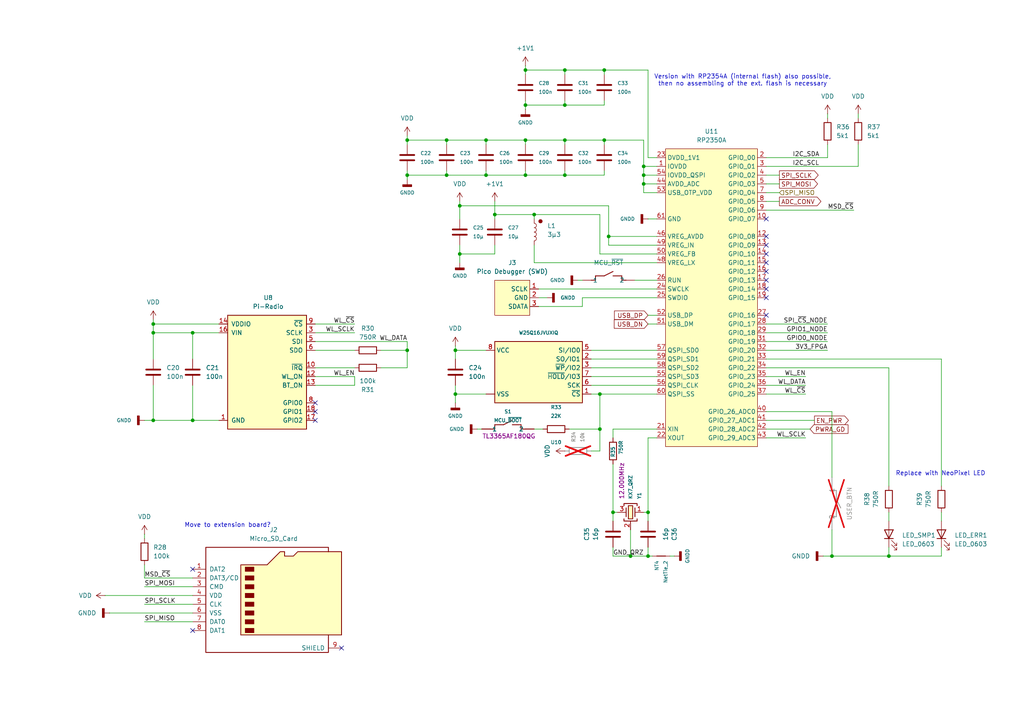
<source format=kicad_sch>
(kicad_sch (version 20250114) (generator "eeschema") (generator_version "9.0")
  (paper "A4")
  (lib_symbols
    (symbol "Device:NetTie_2" (pin_numbers (hide yes)) (pin_names (offset 0) (hide yes)) (in_bom no)
      (property "Reference" "NT" (at 0 1.27 0))
      (property "Value" "NetTie_2" (at 0 -1.27 0))
      (symbol "NetTie_2_0_1"
        (polyline (pts (xy -1.27 0) (xy 1.27 0)) (stroke (width 0.254)))
      )
      (symbol "NetTie_2_1_1"
        (pin passive line (at -2.54 0 0) (length 2.54) (name "1") (number "1"))
        (pin passive line (at 2.54 0 180) (length 2.54) (name "2") (number "2"))
      )
    )
    (symbol "connectors:Micro_SD_Card" (pin_names (offset 1.016))
      (property "Reference" "J" (at -16.51 15.24 0))
      (property "Value" "Micro_SD_Card" (at 16.51 15.24 0))
      (symbol "Micro_SD_Card_0_1"
        (polyline (pts (xy -8.89 -11.43) (xy -8.89 8.89) (xy -1.27 8.89) (xy 2.54 12.7) (xy 3.81 12.7) (xy 3.81 11.43) (xy 6.35 11.43) (xy 7.62 12.7) (xy 20.32 12.7) (xy 20.32 -11.43) (xy -8.89 -11.43)) (stroke (width 0.254)) (fill (type background)))
        (rectangle (start -7.62 8.255) (end -5.08 6.985) (fill (type outline)))
        (rectangle (start -7.62 5.715) (end -5.08 4.445) (fill (type outline)))
        (rectangle (start -7.62 3.175) (end -5.08 1.905) (fill (type outline)))
        (rectangle (start -7.62 0.635) (end -5.08 -0.635) (fill (type outline)))
        (rectangle (start -7.62 -1.905) (end -5.08 -3.175) (fill (type outline)))
        (rectangle (start -7.62 -4.445) (end -5.08 -5.715) (fill (type outline)))
        (rectangle (start -7.62 -6.985) (end -5.08 -8.255) (fill (type outline)))
        (rectangle (start -7.62 -9.525) (end -5.08 -10.795) (fill (type outline)))
        (polyline (pts (xy 16.51 12.7) (xy 16.51 13.97) (xy -19.05 13.97) (xy -19.05 -16.51) (xy 16.51 -16.51) (xy 16.51 -11.43)) (stroke (width 0.254)))
      )
      (symbol "Micro_SD_Card_1_1"
        (pin bidirectional line (at -22.86 7.62 0) (length 3.81) (name "DAT2") (number "1"))
        (pin bidirectional line (at -22.86 5.08 0) (length 3.81) (name "DAT3/CD") (number "2"))
        (pin input line (at -22.86 2.54 0) (length 3.81) (name "CMD") (number "3"))
        (pin power_in line (at -22.86 0 0) (length 3.81) (name "VDD") (number "4"))
        (pin input line (at -22.86 -2.54 0) (length 3.81) (name "CLK") (number "5"))
        (pin power_in line (at -22.86 -5.08 0) (length 3.81) (name "VSS") (number "6"))
        (pin bidirectional line (at -22.86 -7.62 0) (length 3.81) (name "DAT0") (number "7"))
        (pin bidirectional line (at -22.86 -10.16 0) (length 3.81) (name "DAT1") (number "8"))
        (pin passive line (at 20.32 -15.24 180) (length 3.81) (name "SHIELD") (number "9"))
      )
    )
    (symbol "connectors:Tactile Button" (exclude_from_sim yes)
      (property "Reference" "S" (at 0 -3.81 0))
      (symbol "Tactile Button_1_0"
        (polyline (pts (xy -5.08 -2.54) (xy -3.81 -2.54)) (stroke (width 0.254)))
        (polyline (pts (xy -3.81 -1.27) (xy -1.27 -1.27)) (stroke (width 0.254)))
        (polyline (pts (xy -3.81 -2.54) (xy -3.81 -1.27)) (stroke (width 0.254)))
        (polyline (pts (xy -1.27 -1.27) (xy 1.27 0)) (stroke (width 0.254)))
        (polyline (pts (xy 3.81 -1.27) (xy 1.27 -1.27)) (stroke (width 0.254)))
        (polyline (pts (xy 3.81 -2.54) (xy 3.81 -1.27)) (stroke (width 0.254)))
        (polyline (pts (xy 5.08 -2.54) (xy 3.81 -2.54)) (stroke (width 0.254)))
        (pin bidirectional line (at -7.62 -2.54 0) (length 2.54) (name "1") (number "1"))
        (pin bidirectional line (at -7.62 -2.54 0) (length 2.54) (name "1") (number "2"))
        (pin bidirectional line (at 7.62 -2.54 180) (length 2.54) (name "2") (number "3"))
        (pin bidirectional line (at 7.62 -2.54 180) (length 2.54) (name "2") (number "4"))
      )
    )
    (symbol "mcu_rpi_pico:PicoDebuggerSWD" (exclude_from_sim yes)
      (property "Reference" "J" (at 0 0.762 0))
      (property "Value" "Pico Debugger (SWD)" (at 0 -1.016 0))
      (symbol "PicoDebuggerSWD_1_1"
        (rectangle (start -5.08 -2.54) (end 5.08 -12.7) (fill (type background)))
        (pin bidirectional line (at 7.62 -5.08 180) (length 2.54) (name "SCLK") (number "1"))
        (pin passive line (at 7.62 -7.62 180) (length 2.54) (name "GND") (number "2"))
        (pin bidirectional line (at 7.62 -10.16 180) (length 2.54) (name "SDATA") (number "3"))
      )
    )
    (symbol "mcu_rpi_pico:RP235xA" (exclude_from_sim yes)
      (property "Reference" "U" (at 0 6.35 0))
      (property "Value" "RP235xA" (at -0.254 4.064 0))
      (symbol "RP235xA_1_1"
        (rectangle (start -13.97 2.54) (end 12.7 -83.82) (fill (type background)))
        (pin input line (at -16.51 0 0) (length 2.54) (name "DVDD_1V1") (number "23"))
        (pin input line (at -16.51 0 0) (length 2.54) (hide yes) (name "DVDD_1V1") (number "39"))
        (pin input line (at -16.51 0 0) (length 2.54) (hide yes) (name "DVDD_1V1") (number "6"))
        (pin input line (at -16.51 -2.54 0) (length 2.54) (name "IOVDD") (number "1"))
        (pin input line (at -16.51 -2.54 0) (length 2.54) (hide yes) (name "IOVDD") (number "11"))
        (pin input line (at -16.51 -2.54 0) (length 2.54) (hide yes) (name "IOVDD") (number "20"))
        (pin input line (at -16.51 -2.54 0) (length 2.54) (hide yes) (name "IOVDD") (number "30"))
        (pin input line (at -16.51 -2.54 0) (length 2.54) (hide yes) (name "IOVDD") (number "38"))
        (pin input line (at -16.51 -2.54 0) (length 2.54) (hide yes) (name "IOVDD") (number "45"))
        (pin input line (at -16.51 -5.08 0) (length 2.54) (name "IOVDD_QSPI") (number "54"))
        (pin input line (at -16.51 -7.62 0) (length 2.54) (name "AVDD_ADC") (number "44"))
        (pin input line (at -16.51 -10.16 0) (length 2.54) (name "USB_OTP_VDD") (number "53"))
        (pin passive line (at -16.51 -17.78 0) (length 2.54) (hide yes) (name "GND") (number "47"))
        (pin passive line (at -16.51 -17.78 0) (length 2.54) (name "GND") (number "61"))
        (pin input line (at -16.51 -22.86 0) (length 2.54) (name "VREG_AVDD") (number "46"))
        (pin input line (at -16.51 -25.4 0) (length 2.54) (name "VREG_IN") (number "49"))
        (pin input line (at -16.51 -27.94 0) (length 2.54) (name "VREG_FB") (number "50"))
        (pin input line (at -16.51 -30.48 0) (length 2.54) (name "VREG_LX") (number "48"))
        (pin input line (at -16.51 -35.56 0) (length 2.54) (name "RUN") (number "26"))
        (pin input line (at -16.51 -38.1 0) (length 2.54) (name "SWCLK") (number "24"))
        (pin bidirectional line (at -16.51 -40.64 0) (length 2.54) (name "SWDIO") (number "25"))
        (pin bidirectional line (at -16.51 -45.72 0) (length 2.54) (name "USB_DP") (number "52"))
        (pin bidirectional line (at -16.51 -48.26 0) (length 2.54) (name "USB_DM") (number "51"))
        (pin bidirectional line (at -16.51 -55.88 0) (length 2.54) (name "QSPI_SD0") (number "57"))
        (pin bidirectional line (at -16.51 -58.42 0) (length 2.54) (name "QSPI_SD1") (number "59"))
        (pin bidirectional line (at -16.51 -60.96 0) (length 2.54) (name "QSPI_SD2") (number "58"))
        (pin bidirectional line (at -16.51 -63.5 0) (length 2.54) (name "QSPI_SD3") (number "55"))
        (pin output line (at -16.51 -66.04 0) (length 2.54) (name "QSPI_CLK") (number "56"))
        (pin output line (at -16.51 -68.58 0) (length 2.54) (name "QSPI_SS") (number "60"))
        (pin input line (at -16.51 -78.74 0) (length 2.54) (name "XIN") (number "21"))
        (pin output line (at -16.51 -81.28 0) (length 2.54) (name "XOUT") (number "22"))
        (pin bidirectional line (at 15.24 0 180) (length 2.54) (name "GPIO_00") (number "2"))
        (pin bidirectional line (at 15.24 -2.54 180) (length 2.54) (name "GPIO_01") (number "3"))
        (pin bidirectional line (at 15.24 -5.08 180) (length 2.54) (name "GPIO_02") (number "4"))
        (pin bidirectional line (at 15.24 -7.62 180) (length 2.54) (name "GPIO_03") (number "5"))
        (pin bidirectional line (at 15.24 -10.16 180) (length 2.54) (name "GPIO_04") (number "7"))
        (pin bidirectional line (at 15.24 -12.7 180) (length 2.54) (name "GPIO_05") (number "8"))
        (pin bidirectional line (at 15.24 -15.24 180) (length 2.54) (name "GPIO_06") (number "9"))
        (pin bidirectional line (at 15.24 -17.78 180) (length 2.54) (name "GPIO_07") (number "10"))
        (pin bidirectional line (at 15.24 -22.86 180) (length 2.54) (name "GPIO_08") (number "12"))
        (pin bidirectional line (at 15.24 -25.4 180) (length 2.54) (name "GPIO_09") (number "13"))
        (pin bidirectional line (at 15.24 -27.94 180) (length 2.54) (name "GPIO_10") (number "14"))
        (pin bidirectional line (at 15.24 -30.48 180) (length 2.54) (name "GPIO_11") (number "15"))
        (pin bidirectional line (at 15.24 -33.02 180) (length 2.54) (name "GPIO_12") (number "16"))
        (pin bidirectional line (at 15.24 -35.56 180) (length 2.54) (name "GPIO_13") (number "17"))
        (pin bidirectional line (at 15.24 -38.1 180) (length 2.54) (name "GPIO_14") (number "18"))
        (pin bidirectional line (at 15.24 -40.64 180) (length 2.54) (name "GPIO_15") (number "19"))
        (pin bidirectional line (at 15.24 -45.72 180) (length 2.54) (name "GPIO_16") (number "27"))
        (pin bidirectional line (at 15.24 -48.26 180) (length 2.54) (name "GPIO_17") (number "28"))
        (pin bidirectional line (at 15.24 -50.8 180) (length 2.54) (name "GPIO_18") (number "29"))
        (pin bidirectional line (at 15.24 -53.34 180) (length 2.54) (name "GPIO_19") (number "31"))
        (pin bidirectional line (at 15.24 -55.88 180) (length 2.54) (name "GPIO_20") (number "32"))
        (pin bidirectional line (at 15.24 -58.42 180) (length 2.54) (name "GPIO_21") (number "33"))
        (pin bidirectional line (at 15.24 -60.96 180) (length 2.54) (name "GPIO_22") (number "34"))
        (pin bidirectional line (at 15.24 -63.5 180) (length 2.54) (name "GPIO_23") (number "35"))
        (pin bidirectional line (at 15.24 -66.04 180) (length 2.54) (name "GPIO_24") (number "36"))
        (pin bidirectional line (at 15.24 -68.58 180) (length 2.54) (name "GPIO_25") (number "37"))
        (pin bidirectional line (at 15.24 -73.66 180) (length 2.54) (name "GPIO_26_ADC0") (number "40"))
        (pin bidirectional line (at 15.24 -76.2 180) (length 2.54) (name "GPIO_27_ADC1") (number "41"))
        (pin bidirectional line (at 15.24 -78.74 180) (length 2.54) (name "GPIO_28_ADC2") (number "42"))
        (pin bidirectional line (at 15.24 -81.28 180) (length 2.54) (name "GPIO_29_ADC3") (number "43"))
      )
    )
    (symbol "mcu_rpi_pico:RPI_RMC20452T" (pin_names (offset 1.016)) (exclude_from_sim yes)
      (property "Reference" "U" (at 0 3.302 0))
      (property "Value" "Pi-Radio" (at 0 1.27 0))
      (symbol "RPI_RMC20452T_1_0"
        (pin power_in line (at -13.97 -2.54 0) (length 2.54) (name "VDDIO") (number "14"))
        (pin power_in line (at -13.97 -5.08 0) (length 2.54) (name "VIN") (number "16"))
        (pin passive line (at -13.97 -30.48 0) (length 2.54) (hide yes) (name "GND") (number "11"))
        (pin passive line (at -13.97 -30.48 0) (length 2.54) (hide yes) (name "GND") (number "15"))
        (pin passive line (at -13.97 -30.48 0) (length 2.54) (hide yes) (name "GND") (number "21"))
        (pin passive line (at -13.97 -30.48 0) (length 2.54) (hide yes) (name "GND") (number "7"))
        (pin input line (at 13.97 -2.54 180) (length 2.54) (name "~{CS}") (number "9"))
        (pin output line (at 13.97 -10.16 180) (length 2.54) (name "SDO") (number "6"))
        (pin output line (at 13.97 -15.24 180) (length 2.54) (name "~{IRQ}") (number "10"))
        (pin input line (at 13.97 -17.78 180) (length 2.54) (name "WL_ON") (number "12"))
        (pin input line (at 13.97 -20.32 180) (length 2.54) (name "BT_ON") (number "13"))
        (pin bidirectional line (at 13.97 -25.4 180) (length 2.54) (name "GPIO0") (number "8"))
        (pin bidirectional line (at 13.97 -27.94 180) (length 2.54) (name "GPIO1") (number "18"))
        (pin bidirectional line (at 13.97 -30.48 180) (length 2.54) (name "GPIO2") (number "17"))
      )
      (symbol "RPI_RMC20452T_1_1"
        (rectangle (start -11.43 0) (end 11.43 -33.02) (stroke (width 0.254)) (fill (type background)))
        (pin no_connect line (at -13.97 -25.4 0) (length 2.54) (hide yes) (name "NC") (number "2"))
        (pin no_connect line (at -13.97 -26.67 0) (length 2.54) (hide yes) (name "NC") (number "19"))
        (pin no_connect line (at -13.97 -27.94 0) (length 2.54) (hide yes) (name "NC") (number "20"))
        (pin power_in line (at -13.97 -30.48 0) (length 2.54) (name "GND") (number "1"))
        (pin passive line (at -13.97 -30.48 0) (length 2.54) (hide yes) (name "GND") (number "4"))
        (pin input line (at 13.97 -5.08 180) (length 2.54) (name "SCLK") (number "3"))
        (pin input line (at 13.97 -7.62 180) (length 2.54) (name "SDI") (number "5"))
      )
    )
    (symbol "memory:W25Q16JVUXIQ" (exclude_from_sim yes)
      (property "Reference" "U" (at 0 14.224 0))
      (property "Value" "W25Q16JVUXIQ" (at 0 10.668 0))
      (symbol "W25Q16JVUXIQ_1_0"
        (pin power_in line (at -15.24 7.62 0) (length 2.54) (name "VCC") (number "8"))
        (pin passive line (at -15.24 -5.08 0) (length 2.54) (name "VSS") (number "4"))
        (pin passive line (at -15.24 -5.08 0) (length 2.54) (hide yes) (name "VSS") (number "9"))
        (pin bidirectional line (at 15.24 7.62 180) (length 2.54) (name "SI/IO0") (number "5"))
        (pin bidirectional line (at 15.24 5.08 180) (length 2.54) (name "SO/IO1") (number "2"))
        (pin bidirectional line (at 15.24 2.54 180) (length 2.54) (name "~{WP}/IO2") (number "3"))
        (pin bidirectional line (at 15.24 0 180) (length 2.54) (name "~{HOLD}/IO3") (number "7"))
        (pin bidirectional line (at 15.24 -2.54 180) (length 2.54) (name "SCK") (number "6"))
        (pin bidirectional line (at 15.24 -5.08 180) (length 2.54) (name "~{CS}") (number "1"))
      )
      (symbol "W25Q16JVUXIQ_1_1"
        (rectangle (start -12.7 10.16) (end 12.7 -7.62) (stroke (width 0.254)) (fill (type background)))
      )
    )
    (symbol "passive:C0402" (pin_numbers (hide yes)) (pin_names (offset 0.254))
      (property "Reference" "C" (at 0.635 2.54 0))
      (property "Value" "C0402" (at 0.635 -2.54 0))
      (symbol "C0402_0_1"
        (polyline (pts (xy -2.032 0.762) (xy 2.032 0.762)) (stroke (width 0.508)))
        (polyline (pts (xy -2.032 -0.762) (xy 2.032 -0.762)) (stroke (width 0.508)))
      )
      (symbol "C0402_1_1"
        (pin passive line (at 0 3.81 270) (length 2.794) (name "~") (number "1"))
        (pin passive line (at 0 -3.81 90) (length 2.794) (name "~") (number "2"))
      )
    )
    (symbol "passive:C0805" (pin_numbers (hide yes)) (pin_names (offset 0.254))
      (property "Reference" "C" (at 0.635 2.54 0))
      (property "Value" "C0805" (at 0.635 -2.54 0))
      (symbol "C0805_0_1"
        (polyline (pts (xy -2.032 0.762) (xy 2.032 0.762)) (stroke (width 0.508)))
        (polyline (pts (xy -2.032 -0.762) (xy 2.032 -0.762)) (stroke (width 0.508)))
      )
      (symbol "C0805_1_1"
        (pin passive line (at 0 3.81 270) (length 2.794) (name "~") (number "1"))
        (pin passive line (at 0 -3.81 90) (length 2.794) (name "~") (number "2"))
      )
    )
    (symbol "passive:KX7_QRZ" (pin_names (hide yes))
      (property "Reference" "Y2" (at 3.302 7.62 0))
      (property "Value" "KX7_QRZ" (at 3.81 5.842 0))
      (property "Val" "16.000MHz" (at 3.81 3.81 0))
      (symbol "KX7_QRZ_1_1"
        (polyline (pts (xy 1.905 1.905) (xy 1.905 2.54) (xy 5.715 2.54) (xy 5.715 1.905)) (stroke (width 0.254)))
        (polyline (pts (xy 1.905 -1.905) (xy 1.905 -2.54) (xy 5.715 -2.54) (xy 5.715 -1.905)) (stroke (width 0.254)))
        (polyline (pts (xy 2.54 1.27) (xy 2.54 -1.27)) (stroke (width 0.254)) (fill (type background)))
        (rectangle (start 3.175 1.905) (end 4.445 -1.905) (stroke (width 0.254)) (fill (type background)))
        (polyline (pts (xy 5.08 1.27) (xy 5.08 -1.27)) (stroke (width 0.254)) (fill (type background)))
        (pin passive line (at 0 0 0) (length 2.54) (name "~") (number "1"))
        (pin passive line (at 3.81 -5.08 90) (length 2.54) (name "SH") (number "2"))
        (pin passive line (at 3.81 -5.08 90) (length 2.54) (hide yes) (name "SH") (number "4"))
        (pin passive line (at 7.62 0 180) (length 2.54) (name "~") (number "3"))
      )
    )
    (symbol "passive:LED_0603" (pin_numbers (hide yes)) (pin_names (offset 1.016) (hide yes))
      (property "Reference" "D" (at 0 2.54 0))
      (property "Value" "LED_0603" (at 0 -2.54 0))
      (symbol "LED_0603_0_1"
        (polyline (pts (xy -3.048 -0.762) (xy -4.572 -2.286) (xy -3.81 -2.286) (xy -4.572 -2.286) (xy -4.572 -1.524)))
        (polyline (pts (xy -1.778 -0.762) (xy -3.302 -2.286) (xy -2.54 -2.286) (xy -3.302 -2.286) (xy -3.302 -1.524)))
        (polyline (pts (xy -1.27 0) (xy 1.27 0)))
        (polyline (pts (xy -1.27 -1.27) (xy -1.27 1.27)) (stroke (width 0.254)))
        (polyline (pts (xy 1.27 -1.27) (xy 1.27 1.27) (xy -1.27 0) (xy 1.27 -1.27)) (stroke (width 0.254)))
      )
      (symbol "LED_0603_1_1"
        (pin passive line (at -3.81 0 0) (length 2.54) (name "K") (number "1"))
        (pin passive line (at 3.81 0 180) (length 2.54) (name "A") (number "2"))
      )
    )
    (symbol "passive:R0402" (pin_numbers (hide yes)) (pin_names (offset 0))
      (property "Reference" "R" (at 2.032 0 90))
      (property "Value" "R" (at 0 0 90))
      (symbol "R0402_0_1"
        (rectangle (start -1.016 -2.54) (end 1.016 2.54) (stroke (width 0.254)))
      )
      (symbol "R0402_1_1"
        (pin passive line (at 0 3.81 270) (length 1.27) (name "~") (number "1"))
        (pin passive line (at 0 -3.81 90) (length 1.27) (name "~") (number "2"))
      )
    )
    (symbol "passive:RP235x_L" (pin_numbers (hide yes))
      (property "Reference" "L" (at 1.27 0 0))
      (property "Value" "3µ3" (at 0 0 0))
      (symbol "RP235x_L_0_1"
        (arc (start 0 2.54) (mid 0.6323 1.905) (end 0 1.27))
        (arc (start 0 1.27) (mid 0.6323 0.635) (end 0 0))
        (arc (start 0 0) (mid 0.6323 -0.635) (end 0 -1.27))
        (arc (start 0 -1.27) (mid 0.6323 -1.905) (end 0 -2.54))
        (circle (center 1.8228 3.1334) (radius 0.508) (fill (type outline)))
      )
      (symbol "RP235x_L_1_1"
        (pin passive line (at 0 3.81 270) (length 1.27) (name "~") (number "1"))
        (pin passive line (at 0 -3.81 90) (length 1.27) (name "~") (number "2"))
      )
    )
    (symbol "power:+1V1" (power) (pin_numbers (hide yes)) (pin_names (offset 0) (hide yes))
      (property "Value" "+1V1" (at 0 3.556 0))
      (symbol "+1V1_0_1"
        (polyline (pts (xy -0.762 1.27) (xy 0 2.54)))
        (polyline (pts (xy 0 2.54) (xy 0.762 1.27)))
        (polyline (pts (xy 0 0) (xy 0 2.54)))
      )
      (symbol "+1V1_1_1"
        (pin power_in line (at 0 0 90) (length 0) (name "~") (number "1"))
      )
    )
    (symbol "power:GNDD" (power) (pin_numbers (hide yes)) (pin_names (offset 0) (hide yes))
      (property "Value" "GNDD" (at 0 -3.175 0))
      (symbol "GNDD_0_1"
        (rectangle (start -1.27 -1.524) (end 1.27 -2.032) (stroke (width 0.254)) (fill (type outline)))
        (polyline (pts (xy 0 0) (xy 0 -1.524)))
      )
      (symbol "GNDD_1_1"
        (pin power_in line (at 0 0 270) (length 0) (name "~") (number "1"))
      )
    )
    (symbol "power:VDD" (power) (pin_numbers (hide yes)) (pin_names (offset 0) (hide yes))
      (property "Value" "VDD" (at 0 3.556 0))
      (symbol "VDD_0_1"
        (polyline (pts (xy -0.762 1.27) (xy 0 2.54)))
        (polyline (pts (xy 0 2.54) (xy 0.762 1.27)))
        (polyline (pts (xy 0 0) (xy 0 2.54)))
      )
      (symbol "VDD_1_1"
        (pin power_in line (at 0 0 90) (length 0) (name "~") (number "1"))
      )
    )
  )
  (text "Version with RP2354A (internal flash) also possible,\nthen no assembling of the ext. flash is necessary" (at 215.392 23.368 0) (effects (font (size 1.27 1.27))))
  (text "Move to extension board?" (at 66.04 152.4 0) (effects (font (size 1.27 1.27))))
  (text "Replace with NeoPixel LED" (at 272.796 137.414 0) (effects (font (size 1.27 1.27))))
  (junction (at 132.08 114.3))
  (junction (at 129.54 50.8))
  (junction (at 173.99 114.3))
  (junction (at 44.45 121.92))
  (junction (at 163.83 30.48))
  (junction (at 182.88 161.29))
  (junction (at 118.11 101.6))
  (junction (at 129.54 40.64))
  (junction (at 187.96 148.59))
  (junction (at 55.88 121.92))
  (junction (at 154.94 62.23))
  (junction (at 175.26 20.32))
  (junction (at 152.4 20.32))
  (junction (at 173.99 124.46))
  (junction (at 152.4 50.8))
  (junction (at 177.8 148.59))
  (junction (at 44.45 96.52))
  (junction (at 132.08 101.6))
  (junction (at 176.53 68.58))
  (junction (at 241.3 161.29))
  (junction (at 186.69 50.8))
  (junction (at 175.26 40.64))
  (junction (at 152.4 40.64))
  (junction (at 133.35 73.66))
  (junction (at 143.51 62.23))
  (junction (at 118.11 50.8))
  (junction (at 55.88 96.52))
  (junction (at 133.35 59.69))
  (junction (at 118.11 40.64))
  (junction (at 163.83 20.32))
  (junction (at 257.81 161.29))
  (junction (at 140.97 50.8))
  (junction (at 140.97 40.64))
  (junction (at 186.69 53.34))
  (junction (at 44.45 93.98))
  (junction (at 152.4 30.48))
  (junction (at 186.69 48.26))
  (junction (at 163.83 50.8))
  (junction (at 163.83 40.64))
  (junction (at 187.96 161.29))
  (no_connect (at 222.25 63.5))
  (no_connect (at 99.06 187.96))
  (no_connect (at 55.88 165.1))
  (no_connect (at 91.44 119.38))
  (no_connect (at 222.25 83.82))
  (no_connect (at 222.25 91.44))
  (no_connect (at 222.25 76.2))
  (no_connect (at 222.25 78.74))
  (no_connect (at 222.25 71.12))
  (no_connect (at 91.44 116.84))
  (no_connect (at 55.88 182.88))
  (no_connect (at 222.25 68.58))
  (no_connect (at 91.44 121.92))
  (no_connect (at 222.25 81.28))
  (no_connect (at 222.25 86.36))
  (no_connect (at 222.25 73.66))
  (wire (pts (xy 222.25 119.38) (xy 241.3 119.38)))
  (wire (pts (xy 187.96 148.59) (xy 187.96 151.13)))
  (wire (pts (xy 190.5 71.12) (xy 176.53 71.12)))
  (wire (pts (xy 186.69 53.34) (xy 190.5 53.34)))
  (wire (pts (xy 132.08 101.6) (xy 132.08 104.14)))
  (wire (pts (xy 190.5 93.98) (xy 187.96 93.98)))
  (wire (pts (xy 133.35 73.66) (xy 143.51 73.66)))
  (wire (pts (xy 222.25 121.92) (xy 236.22 121.92)))
  (wire (pts (xy 154.94 71.12) (xy 154.94 76.2)))
  (wire (pts (xy 187.96 45.72) (xy 187.96 20.32)))
  (wire (pts (xy 187.96 127) (xy 187.96 148.59)))
  (wire (pts (xy 140.97 49.53) (xy 140.97 50.8)))
  (wire (pts (xy 190.5 91.44) (xy 187.96 91.44)))
  (wire (pts (xy 55.88 121.92) (xy 63.5 121.92)))
  (wire (pts (xy 152.4 50.8) (xy 163.83 50.8)))
  (wire (pts (xy 41.91 163.83) (xy 41.91 167.64)))
  (wire (pts (xy 273.05 158.75) (xy 273.05 161.29)))
  (wire (pts (xy 129.54 49.53) (xy 129.54 50.8)))
  (wire (pts (xy 154.94 76.2) (xy 190.5 76.2)))
  (wire (pts (xy 118.11 40.64) (xy 129.54 40.64)))
  (wire (pts (xy 187.96 63.5) (xy 190.5 63.5)))
  (wire (pts (xy 248.92 33.02) (xy 248.92 34.29)))
  (wire (pts (xy 31.75 177.8) (xy 55.88 177.8)))
  (wire (pts (xy 140.97 40.64) (xy 152.4 40.64)))
  (wire (pts (xy 186.69 50.8) (xy 186.69 48.26)))
  (wire (pts (xy 176.53 59.69) (xy 133.35 59.69)))
  (wire (pts (xy 152.4 29.21) (xy 152.4 30.48)))
  (wire (pts (xy 240.03 101.6) (xy 222.25 101.6)))
  (wire (pts (xy 186.69 40.64) (xy 175.26 40.64)))
  (wire (pts (xy 44.45 96.52) (xy 44.45 104.14)))
  (wire (pts (xy 190.5 73.66) (xy 173.99 73.66)))
  (wire (pts (xy 63.5 93.98) (xy 44.45 93.98)))
  (wire (pts (xy 129.54 40.64) (xy 140.97 40.64)))
  (wire (pts (xy 167.64 81.28) (xy 168.91 81.28)))
  (wire (pts (xy 152.4 20.32) (xy 163.83 20.32)))
  (wire (pts (xy 186.69 50.8) (xy 190.5 50.8)))
  (wire (pts (xy 173.99 124.46) (xy 173.99 130.81)))
  (wire (pts (xy 182.88 161.29) (xy 187.96 161.29)))
  (wire (pts (xy 118.11 39.37) (xy 118.11 40.64)))
  (wire (pts (xy 152.4 49.53) (xy 152.4 50.8)))
  (wire (pts (xy 273.05 148.59) (xy 273.05 151.13)))
  (wire (pts (xy 41.91 154.94) (xy 41.91 156.21)))
  (wire (pts (xy 171.45 109.22) (xy 190.5 109.22)))
  (wire (pts (xy 226.06 55.88) (xy 222.25 55.88)))
  (wire (pts (xy 257.81 161.29) (xy 257.81 158.75)))
  (wire (pts (xy 118.11 41.91) (xy 118.11 40.64)))
  (wire (pts (xy 154.94 124.46) (xy 157.48 124.46)))
  (wire (pts (xy 133.35 59.69) (xy 133.35 63.5)))
  (wire (pts (xy 222.25 124.46) (xy 234.95 124.46)))
  (wire (pts (xy 168.91 86.36) (xy 168.91 88.9)))
  (wire (pts (xy 186.69 48.26) (xy 186.69 40.64)))
  (wire (pts (xy 175.26 29.21) (xy 175.26 30.48)))
  (wire (pts (xy 179.07 148.59) (xy 177.8 148.59)))
  (wire (pts (xy 226.06 50.8) (xy 222.25 50.8)))
  (wire (pts (xy 91.44 93.98) (xy 102.87 93.98)))
  (wire (pts (xy 257.81 148.59) (xy 257.81 151.13)))
  (wire (pts (xy 177.8 161.29) (xy 182.88 161.29)))
  (wire (pts (xy 222.25 127) (xy 233.68 127)))
  (wire (pts (xy 186.69 55.88) (xy 186.69 53.34)))
  (wire (pts (xy 257.81 106.68) (xy 257.81 140.97)))
  (wire (pts (xy 187.96 161.29) (xy 189.23 161.29)))
  (wire (pts (xy 129.54 40.64) (xy 129.54 41.91)))
  (wire (pts (xy 41.91 121.92) (xy 44.45 121.92)))
  (wire (pts (xy 41.91 175.26) (xy 55.88 175.26)))
  (wire (pts (xy 248.92 48.26) (xy 248.92 41.91)))
  (wire (pts (xy 165.1 124.46) (xy 173.99 124.46)))
  (wire (pts (xy 175.26 30.48) (xy 163.83 30.48)))
  (wire (pts (xy 176.53 68.58) (xy 176.53 59.69)))
  (wire (pts (xy 163.83 50.8) (xy 175.26 50.8)))
  (wire (pts (xy 91.44 106.68) (xy 102.87 106.68)))
  (wire (pts (xy 190.5 55.88) (xy 186.69 55.88)))
  (wire (pts (xy 118.11 49.53) (xy 118.11 50.8)))
  (wire (pts (xy 186.69 53.34) (xy 186.69 50.8)))
  (wire (pts (xy 163.83 41.91) (xy 163.83 40.64)))
  (wire (pts (xy 187.96 20.32) (xy 175.26 20.32)))
  (wire (pts (xy 222.25 106.68) (xy 257.81 106.68)))
  (wire (pts (xy 132.08 114.3) (xy 132.08 116.84)))
  (wire (pts (xy 226.06 58.42) (xy 222.25 58.42)))
  (wire (pts (xy 177.8 148.59) (xy 177.8 151.13)))
  (wire (pts (xy 171.45 104.14) (xy 190.5 104.14)))
  (wire (pts (xy 140.97 101.6) (xy 132.08 101.6)))
  (wire (pts (xy 177.8 134.62) (xy 177.8 148.59)))
  (wire (pts (xy 171.45 114.3) (xy 173.99 114.3)))
  (wire (pts (xy 143.51 71.12) (xy 143.51 73.66)))
  (wire (pts (xy 257.81 161.29) (xy 273.05 161.29)))
  (wire (pts (xy 118.11 101.6) (xy 118.11 99.06)))
  (wire (pts (xy 132.08 111.76) (xy 132.08 114.3)))
  (wire (pts (xy 190.5 45.72) (xy 187.96 45.72)))
  (wire (pts (xy 222.25 60.96) (xy 247.65 60.96)))
  (wire (pts (xy 140.97 50.8) (xy 152.4 50.8)))
  (wire (pts (xy 91.44 111.76) (xy 102.87 111.76)))
  (wire (pts (xy 132.08 100.33) (xy 132.08 101.6)))
  (wire (pts (xy 222.25 48.26) (xy 248.92 48.26)))
  (wire (pts (xy 238.76 161.29) (xy 241.3 161.29)))
  (wire (pts (xy 240.03 41.91) (xy 240.03 45.72)))
  (wire (pts (xy 154.94 63.5) (xy 154.94 62.23)))
  (wire (pts (xy 140.97 41.91) (xy 140.97 40.64)))
  (wire (pts (xy 152.4 40.64) (xy 163.83 40.64)))
  (wire (pts (xy 190.5 127) (xy 187.96 127)))
  (wire (pts (xy 184.15 81.28) (xy 190.5 81.28)))
  (wire (pts (xy 44.45 96.52) (xy 55.88 96.52)))
  (wire (pts (xy 222.25 104.14) (xy 273.05 104.14)))
  (wire (pts (xy 240.03 99.06) (xy 222.25 99.06)))
  (wire (pts (xy 129.54 50.8) (xy 140.97 50.8)))
  (wire (pts (xy 55.88 96.52) (xy 55.88 104.14)))
  (wire (pts (xy 44.45 121.92) (xy 55.88 121.92)))
  (wire (pts (xy 171.45 130.81) (xy 173.99 130.81)))
  (wire (pts (xy 102.87 109.22) (xy 102.87 111.76)))
  (wire (pts (xy 156.21 83.82) (xy 190.5 83.82)))
  (wire (pts (xy 91.44 96.52) (xy 102.87 96.52)))
  (wire (pts (xy 241.3 119.38) (xy 241.3 138.43)))
  (wire (pts (xy 173.99 73.66) (xy 173.99 62.23)))
  (wire (pts (xy 133.35 58.42) (xy 133.35 59.69)))
  (wire (pts (xy 91.44 101.6) (xy 102.87 101.6)))
  (wire (pts (xy 177.8 124.46) (xy 190.5 124.46)))
  (wire (pts (xy 226.06 53.34) (xy 222.25 53.34)))
  (wire (pts (xy 175.26 41.91) (xy 175.26 40.64)))
  (wire (pts (xy 156.21 86.36) (xy 158.75 86.36)))
  (wire (pts (xy 222.25 111.76) (xy 233.68 111.76)))
  (wire (pts (xy 133.35 71.12) (xy 133.35 73.66)))
  (wire (pts (xy 41.91 180.34) (xy 55.88 180.34)))
  (wire (pts (xy 110.49 106.68) (xy 118.11 106.68)))
  (wire (pts (xy 222.25 114.3) (xy 233.68 114.3)))
  (wire (pts (xy 176.53 71.12) (xy 176.53 68.58)))
  (wire (pts (xy 240.03 93.98) (xy 222.25 93.98)))
  (wire (pts (xy 63.5 96.52) (xy 55.88 96.52)))
  (wire (pts (xy 222.25 109.22) (xy 233.68 109.22)))
  (wire (pts (xy 171.45 111.76) (xy 190.5 111.76)))
  (wire (pts (xy 30.48 172.72) (xy 55.88 172.72)))
  (wire (pts (xy 118.11 106.68) (xy 118.11 101.6)))
  (wire (pts (xy 173.99 114.3) (xy 190.5 114.3)))
  (wire (pts (xy 138.43 124.46) (xy 139.7 124.46)))
  (wire (pts (xy 152.4 20.32) (xy 152.4 21.59)))
  (wire (pts (xy 177.8 161.29) (xy 177.8 158.75)))
  (wire (pts (xy 143.51 62.23) (xy 143.51 63.5)))
  (wire (pts (xy 110.49 101.6) (xy 118.11 101.6)))
  (wire (pts (xy 132.08 114.3) (xy 140.97 114.3)))
  (wire (pts (xy 240.03 96.52) (xy 222.25 96.52)))
  (wire (pts (xy 156.21 88.9) (xy 168.91 88.9)))
  (wire (pts (xy 163.83 20.32) (xy 175.26 20.32)))
  (wire (pts (xy 173.99 62.23) (xy 154.94 62.23)))
  (wire (pts (xy 154.94 62.23) (xy 143.51 62.23)))
  (wire (pts (xy 163.83 40.64) (xy 175.26 40.64)))
  (wire (pts (xy 241.3 153.67) (xy 241.3 161.29)))
  (wire (pts (xy 133.35 73.66) (xy 133.35 76.2)))
  (wire (pts (xy 163.83 21.59) (xy 163.83 20.32)))
  (wire (pts (xy 118.11 50.8) (xy 118.11 52.07)))
  (wire (pts (xy 182.88 161.29) (xy 182.88 153.67)))
  (wire (pts (xy 177.8 127) (xy 177.8 124.46)))
  (wire (pts (xy 173.99 124.46) (xy 173.99 114.3)))
  (wire (pts (xy 41.91 167.64) (xy 55.88 167.64)))
  (wire (pts (xy 273.05 104.14) (xy 273.05 140.97)))
  (wire (pts (xy 187.96 161.29) (xy 187.96 158.75)))
  (wire (pts (xy 194.31 161.29) (xy 195.58 161.29)))
  (wire (pts (xy 240.03 33.02) (xy 240.03 34.29)))
  (wire (pts (xy 41.91 170.18) (xy 55.88 170.18)))
  (wire (pts (xy 171.45 101.6) (xy 190.5 101.6)))
  (wire (pts (xy 91.44 99.06) (xy 118.11 99.06)))
  (wire (pts (xy 241.3 161.29) (xy 257.81 161.29)))
  (wire (pts (xy 175.26 49.53) (xy 175.26 50.8)))
  (wire (pts (xy 44.45 111.76) (xy 44.45 121.92)))
  (wire (pts (xy 190.5 68.58) (xy 176.53 68.58)))
  (wire (pts (xy 222.25 45.72) (xy 240.03 45.72)))
  (wire (pts (xy 143.51 58.42) (xy 143.51 62.23)))
  (wire (pts (xy 152.4 19.05) (xy 152.4 20.32)))
  (wire (pts (xy 168.91 86.36) (xy 190.5 86.36)))
  (wire (pts (xy 186.69 48.26) (xy 190.5 48.26)))
  (wire (pts (xy 175.26 21.59) (xy 175.26 20.32)))
  (wire (pts (xy 55.88 111.76) (xy 55.88 121.92)))
  (wire (pts (xy 163.83 29.21) (xy 163.83 30.48)))
  (wire (pts (xy 152.4 41.91) (xy 152.4 40.64)))
  (wire (pts (xy 44.45 92.71) (xy 44.45 93.98)))
  (wire (pts (xy 187.96 148.59) (xy 186.69 148.59)))
  (wire (pts (xy 44.45 93.98) (xy 44.45 96.52)))
  (wire (pts (xy 91.44 109.22) (xy 102.87 109.22)))
  (wire (pts (xy 171.45 106.68) (xy 190.5 106.68)))
  (wire (pts (xy 129.54 50.8) (xy 118.11 50.8)))
  (wire (pts (xy 152.4 30.48) (xy 152.4 31.75)))
  (wire (pts (xy 152.4 30.48) (xy 163.83 30.48)))
  (wire (pts (xy 163.83 49.53) (xy 163.83 50.8)))
  (label "MSD_~{CS}" (at 41.91 167.64 0))
  (label "SPI_MISO" (at 41.91 180.34 0))
  (label "WL_DATA" (at 118.11 99.06 180))
  (label "I2C_SCL" (at 229.87 48.26 0))
  (label "WL_~{CS}" (at 102.87 93.98 180))
  (label "WL_~{CS}" (at 233.68 114.3 180))
  (label "GPIO1_NODE" (at 240.03 96.52 180))
  (label "SPI_MOSI" (at 41.91 170.18 0))
  (label "GND_QRZ" (at 186.69 161.29 180))
  (label "MSD_~{CS}" (at 247.65 60.96 180))
  (label "WL_EN" (at 233.68 109.22 180))
  (label "3V3_FPGA" (at 240.03 101.6 180))
  (label "SPI_SCLK" (at 41.91 175.26 0))
  (label "WL_EN" (at 102.87 109.22 180))
  (label "WL_DATA" (at 233.68 111.76 180))
  (label "WL_SCLK" (at 102.87 96.52 180))
  (label "GPIO0_NODE" (at 240.03 99.06 180))
  (label "SPI_~{CS}_NODE" (at 240.03 93.98 180))
  (label "I2C_SDA" (at 229.87 45.72 0))
  (label "WL_SCLK" (at 233.68 127 180))
  (global_label "PWRA_GD" (shape input) (at 234.95 124.46 0) (property "Intersheetrefs" "${INTERSHEET_REFS}" (effects (hide yes))))
  (global_label "SPI_SCLK" (shape output) (at 226.06 50.8 0) (property "Intersheetrefs" "${INTERSHEET_REFS}" (effects (hide yes))))
  (global_label "USB_DP" (shape input) (at 187.96 91.44 180) (property "Intersheetrefs" "${INTERSHEET_REFS}" (effects (hide yes))))
  (global_label "EN_PWR" (shape output) (at 236.22 121.92 0) (property "Intersheetrefs" "${INTERSHEET_REFS}" (effects (hide yes))))
  (global_label "ADC_CONV" (shape output) (at 226.06 58.42 0) (property "Intersheetrefs" "${INTERSHEET_REFS}" (effects (hide yes))))
  (global_label "USB_DN" (shape input) (at 187.96 93.98 180) (property "Intersheetrefs" "${INTERSHEET_REFS}" (effects (hide yes))))
  (global_label "SPI_MOSI" (shape output) (at 226.06 53.34 0) (property "Intersheetrefs" "${INTERSHEET_REFS}" (effects (hide yes))))
  (hierarchical_label "SPI_MISO" (shape input) (at 226.06 55.88 0))
  (symbol (lib_id "power:VDD") (at 248.92 33.02 0) (unit 1)
    (property "Reference" "#PWR058" (effects (hide yes)))
    (property "Value" "VDD" (at 248.92 27.94 0))
    (property "Description" "Power symbol creates a global label with name \"VDD\"" (effects (hide yes)))
  )
  (symbol (lib_id "passive:RP235x_L") (at 154.94 67.31 0) (unit 1)
    (property "Reference" "L1" (at 158.75 65.4892 0) (effects (justify left)))
    (property "Value" "3µ3" (at 158.75 68.0292 0) (effects (justify left)))
    (property "Footprint" "custom_library:L_0805_2012_metric_Alligned_HandSolder" (effects (hide yes)))
    (property "Datasheet" "AOTA-B201610S3R3-101-T" (effects (hide yes)))
    (property "Description" "Inductor" (effects (hide yes)))
  )
  (symbol (lib_id "power:GNDD") (at 158.75 86.36 90) (unit 1)
    (property "Reference" "#PWR051" (effects (hide yes)))
    (property "Value" "GNDD" (at 162.56 86.3599 90) (effects (font (size 1.016 1.016)) (justify right)))
    (property "Description" "Power symbol creates a global label with name \"GNDD\" , digital ground" (effects (hide yes)))
  )
  (symbol (lib_id "passive:R0402") (at 248.92 38.1 0) (unit 1)
    (property "Reference" "R37" (at 251.46 36.8299 0) (effects (justify left)))
    (property "Value" "5k1" (at 251.46 39.3699 0) (effects (justify left)))
    (property "Footprint" "Resistor_SMD:R_0402_1005Metric" (effects (hide yes)))
    (property "Description" "Resistor" (effects (hide yes)))
  )
  (symbol (lib_id "passive:C0402") (at 55.88 107.95 0) (mirror y) (unit 1)
    (property "Reference" "C21" (at 59.69 106.6799 0) (effects (justify right)))
    (property "Value" "100n" (at 59.69 109.2199 0) (effects (justify right)))
    (property "Footprint" "Capacitor_SMD:C_0402_1005Metric" (effects (hide yes)))
    (property "Description" "Unpolarized capacitor" (effects (hide yes)))
  )
  (symbol (lib_id "connectors:Micro_SD_Card") (at 78.74 172.72 0) (unit 1)
    (property "Reference" "J2" (at 79.375 153.67 0))
    (property "Value" "Micro_SD_Card" (at 79.375 156.21 0))
    (property "Footprint" "connectors:microSD_HC_Wuerth_693072010801" (effects (hide yes)))
    (property "Datasheet" "http://katalog.we-online.de/em/datasheet/693072010801.pdf" (effects (hide yes)))
    (property "Description" "Micro SD Card Socket" (effects (hide yes)))
  )
  (symbol (lib_id "power:GNDD") (at 187.96 63.5 270) (unit 1)
    (property "Reference" "#PWR054" (effects (hide yes)))
    (property "Value" "GNDD" (at 184.15 63.4999 90) (effects (font (size 1.016 1.016)) (justify right)))
    (property "Description" "Power symbol creates a global label with name \"GNDD\" , digital ground" (effects (hide yes)))
  )
  (symbol (lib_id "power:+1V1") (at 152.4 19.05 0) (unit 1)
    (property "Reference" "#PWR049" (effects (hide yes)))
    (property "Value" "+1V1" (at 152.4 13.97 0))
    (property "Description" "Power symbol creates a global label with name \"+1V1\"" (effects (hide yes)))
  )
  (symbol (lib_id "passive:C0402") (at 132.08 107.95 0) (mirror y) (unit 1)
    (property "Reference" "C24" (at 135.89 106.6799 0) (effects (justify right)))
    (property "Value" "100n" (at 135.89 109.2199 0) (effects (justify right)))
    (property "Footprint" "Capacitor_SMD:C_0402_1005Metric" (effects (hide yes)))
    (property "Description" "Unpolarized capacitor" (effects (hide yes)))
  )
  (symbol (lib_id "passive:C0402") (at 118.11 45.72 180) (unit 1)
    (property "Reference" "C22" (at 121.92 44.4499 0) (effects (font (size 1.016 1.016)) (justify right)))
    (property "Value" "100n" (at 121.92 46.9899 0) (effects (font (size 1.016 1.016)) (justify right)))
    (property "Footprint" "Capacitor_SMD:C_0402_1005Metric" (effects (hide yes)))
    (property "Description" "Unpolarized capacitor" (effects (hide yes)))
    (property "ecnumber" "GPC0402104" (effects (hide yes)))
  )
  (symbol (lib_id "memory:W25Q16JVUXIQ") (at 156.21 109.22 0) (unit 1) (exclude_from_sim yes)
    (property "Reference" "U10" (at 161.29 128.27 0) (effects (font (size 1.016 1.016))))
    (property "Value" "W25Q16JVUXIQ" (at 156.21 96.52 0) (effects (font (size 1.016 1.016))))
    (property "Footprint" "custom_library:USON-8-1EP_3x2mm_P0.5mm_EP0.2x1.6mm" (effects (hide yes)))
    (property "Datasheet" "https://www.mouser.de/ProductDetail/Winbond/W25Q16JVUXIQ-TR?qs=qSfuJ%252Bfl%2Fd7SDdIHLGOd1g%3D%3D&utm_id=1435090772&gad_source=1&gclid=Cj0KCQiAoae5BhCNARIsADVLzZd_6ywhw0tNTQRPe90fxfFAFIB3NCiEdnhi8oMc0UCnFr9oQ1JQn6EaAgrQEALw_wcB" (effects (hide yes)))
    (property "ecnumber" "W25Q16JVUXIQ" (effects (hide yes)))
  )
  (symbol (lib_id "connectors:Tactile Button") (at 243.84 146.05 270) (unit 1) (exclude_from_sim yes) (in_bom no) (dnp yes)
    (property "Reference" "S3" (effects (hide yes)))
    (property "Value" "USER_BTN" (at 246.38 146.05 0))
    (property "Footprint" "connectors:TACTILE-SWITCH" (effects (hide yes)))
    (property "Datasheet" "https://configured-product-images.s3.amazonaws.com/2D/specs/TL3365AF180QG.pdf" (effects (hide yes)))
    (property "Description" "612-TL3365AF180QG" (effects (hide yes)))
  )
  (symbol (lib_id "passive:R0402") (at 177.8 130.81 0) (mirror x) (unit 1)
    (property "Reference" "R35" (at 177.8 131.064 90) (effects (font (size 1.016 1.016))))
    (property "Value" "750R" (at 180.086 129.794 90) (effects (font (size 1.016 1.016))))
    (property "Footprint" "Resistor_SMD:R_0402_1005Metric" (effects (hide yes)))
    (property "Description" "Resistor" (effects (hide yes)))
    (property "ecnumber" "GPR0402100R" (effects (hide yes)))
  )
  (symbol (lib_id "power:+1V1") (at 143.51 58.42 0) (unit 1)
    (property "Reference" "#PWR047" (effects (hide yes)))
    (property "Value" "+1V1" (at 143.51 53.34 0))
    (property "Description" "Power symbol creates a global label with name \"+1V1\"" (effects (hide yes)))
  )
  (symbol (lib_id "mcu_rpi_pico:RPI_RMC20452T") (at 77.47 91.44 0) (unit 1) (exclude_from_sim yes)
    (property "Reference" "U8" (at 77.7875 86.36 0))
    (property "Value" "Pi-Radio" (at 77.7875 88.9 0))
    (property "Footprint" "custom_library:RPi-Radio-Module" (effects (hide yes)))
    (property "Datasheet" "https://pip-assets.raspberrypi.com/categories/1216-raspberry-pi-radio-module-2/documents/RP-008943-DS-4-Radio%20Module%202%20Datasheet.pdf?disposition=inline" (effects (hide yes)))
    (property "Description" "Raspberry Pi Radio Module 2" (effects (hide yes)))
  )
  (symbol (lib_id "passive:LED_0603") (at 257.81 154.94 90) (unit 1)
    (property "Reference" "LED_SMP1" (at 261.62 155.2574 90) (effects (justify right)))
    (property "Value" "LED_0603" (at 261.62 157.7974 90) (effects (justify right)))
    (property "Footprint" "LED_SMD:LED_0603_1608Metric" (effects (hide yes)))
    (property "Description" "Light emitting diode" (effects (hide yes)))
  )
  (symbol (lib_id "power:GNDD") (at 132.08 116.84 0) (unit 1)
    (property "Reference" "#PWR043" (effects (hide yes)))
    (property "Value" "GNDD" (at 132.08 120.65 0) (effects (font (size 1.016 1.016))))
    (property "Description" "Power symbol creates a global label with name \"GNDD\" , digital ground" (effects (hide yes)))
  )
  (symbol (lib_id "power:VDD") (at 44.45 92.71 0) (unit 1)
    (property "Reference" "#PWR037" (effects (hide yes)))
    (property "Value" "VDD" (at 44.45 87.63 0))
    (property "Description" "Power symbol creates a global label with name \"VDD\"" (effects (hide yes)))
  )
  (symbol (lib_id "passive:R0402") (at 167.64 130.81 270) (unit 1) (in_bom no) (dnp yes)
    (property "Reference" "R34" (at 166.3699 128.27 0) (effects (font (size 1.016 1.016)) (justify right)))
    (property "Value" "10k" (at 168.9099 128.27 0) (effects (font (size 1.016 1.016)) (justify right)))
    (property "Footprint" "Resistor_SMD:R_0402_1005Metric" (effects (hide yes)))
    (property "Description" "Resistor" (effects (hide yes)))
    (property "ecnumber" "GPR040210K" (effects (hide yes)))
  )
  (symbol (lib_id "passive:KX7_QRZ") (at 186.69 148.59 0) (mirror y) (unit 1)
    (property "Reference" "Y1" (at 185.4201 144.78 90) (effects (font (size 1.016 1.016)) (justify left)))
    (property "Value" "KX7_QRZ" (at 182.88 144.78 90) (effects (font (size 1.016 1.016)) (justify left)))
    (property "Footprint" "custom_library:KX-7" (effects (hide yes)))
    (property "Datasheet" "https://www.mouser.pl/datasheet/2/3/ABM8G-1608872.pdf" (effects (hide yes)))
    (property "MPN" "ABM8G-25.000MHZ-18-D2Y-T3" (effects (hide yes)))
    (property "Manufacturer" "Abracon" (effects (hide yes)))
    (property "Author" "Antmicro" (effects (hide yes)))
    (property "License" "Apache-2.0" (effects (hide yes)))
    (property "Val" "12.000MHz" (at 180.3401 144.78 90) (effects (justify left)))
    (property "ecnumber" "KX-7T SMD CRYSTAL 12,0 MHZ " (effects (hide yes)))
  )
  (symbol (lib_id "power:GNDD") (at 133.35 76.2 0) (unit 1)
    (property "Reference" "#PWR045" (effects (hide yes)))
    (property "Value" "GNDD" (at 133.35 80.01 0) (effects (font (size 1.016 1.016))))
    (property "Description" "Power symbol creates a global label with name \"GNDD\" , digital ground" (effects (hide yes)))
  )
  (symbol (lib_id "passive:C0402") (at 129.54 45.72 180) (unit 1)
    (property "Reference" "C23" (at 133.35 44.4499 0) (effects (font (size 1.016 1.016)) (justify right)))
    (property "Value" "100n" (at 133.35 46.9899 0) (effects (font (size 1.016 1.016)) (justify right)))
    (property "Footprint" "Capacitor_SMD:C_0402_1005Metric" (effects (hide yes)))
    (property "Description" "Unpolarized capacitor" (effects (hide yes)))
    (property "ecnumber" "GPC0402104" (effects (hide yes)))
  )
  (symbol (lib_id "power:GNDD") (at 41.91 121.92 270) (unit 1)
    (property "Reference" "#PWR035" (effects (hide yes)))
    (property "Value" "GNDD" (at 38.1 121.9199 90) (effects (font (size 1.016 1.016)) (justify right)))
    (property "Description" "Power symbol creates a global label with name \"GNDD\" , digital ground" (effects (hide yes)))
  )
  (symbol (lib_id "passive:R0402") (at 161.29 124.46 270) (unit 1)
    (property "Reference" "R33" (at 161.29 118.11 90) (effects (font (size 1.016 1.016))))
    (property "Value" "22K" (at 161.29 120.65 90) (effects (font (size 1.016 1.016))))
    (property "Footprint" "Resistor_SMD:R_0402_1005Metric" (effects (hide yes)))
    (property "Description" "Resistor" (effects (hide yes)))
    (property "ecnumber" "GPR040222K" (effects (hide yes)))
  )
  (symbol (lib_id "power:VDD") (at 41.91 154.94 0) (unit 1)
    (property "Reference" "#PWR036" (effects (hide yes)))
    (property "Value" "VDD" (at 41.91 149.86 0))
    (property "Description" "Power symbol creates a global label with name \"VDD\"" (effects (hide yes)))
  )
  (symbol (lib_id "Device:NetTie_2") (at 191.77 161.29 180) (unit 1) (in_bom no)
    (property "Reference" "NT4" (at 190.4999 162.56 90) (effects (font (size 1.016 1.016)) (justify left)))
    (property "Value" "NetTie_2" (at 193.0399 162.56 90) (effects (font (size 1.016 1.016)) (justify left)))
    (property "Footprint" "NetTie:NetTie-2_SMD_Pad0.5mm" (effects (hide yes)))
    (property "Description" "Net tie, 2 pins" (effects (hide yes)))
  )
  (symbol (lib_id "power:GNDD") (at 195.58 161.29 90) (unit 1)
    (property "Reference" "#PWR055" (effects (hide yes)))
    (property "Value" "GNDD" (at 199.39 161.29 0) (effects (font (size 1.016 1.016))))
    (property "Description" "Power symbol creates a global label with name \"GNDD\" , digital ground" (effects (hide yes)))
  )
  (symbol (lib_id "passive:R0402") (at 106.68 101.6 90) (unit 1)
    (property "Reference" "R30" (at 106.68 95.25 90))
    (property "Value" "750R" (at 106.68 97.79 90))
    (property "Footprint" "Resistor_SMD:R_0402_1005Metric" (effects (hide yes)))
    (property "Description" "Resistor" (effects (hide yes)))
  )
  (symbol (lib_id "power:GNDD") (at 238.76 161.29 270) (unit 1)
    (property "Reference" "#PWR056" (effects (hide yes)))
    (property "Value" "GNDD" (at 234.95 161.2899 90) (effects (justify right)))
    (property "Description" "Power symbol creates a global label with name \"GNDD\" , digital ground" (effects (hide yes)))
  )
  (symbol (lib_id "power:VDD") (at 133.35 58.42 0) (unit 1)
    (property "Reference" "#PWR044" (effects (hide yes)))
    (property "Value" "VDD" (at 133.35 53.34 0))
    (property "Description" "Power symbol creates a global label with name \"VDD\"" (effects (hide yes)))
  )
  (symbol (lib_id "passive:C0805") (at 133.35 67.31 180) (unit 1)
    (property "Reference" "C25" (at 137.16 66.0399 0) (effects (font (size 1.016 1.016)) (justify right)))
    (property "Value" "10µ" (at 137.16 68.5799 0) (effects (font (size 1.016 1.016)) (justify right)))
    (property "Footprint" "Capacitor_SMD:C_0805_2012Metric" (effects (hide yes)))
    (property "Description" "Unpolarized capacitor" (effects (hide yes)))
    (property "ecnumber" "GPC0805106-16 " (effects (hide yes)))
  )
  (symbol (lib_id "power:VDD") (at 132.08 100.33 0) (unit 1)
    (property "Reference" "#PWR042" (effects (hide yes)))
    (property "Value" "VDD" (at 132.08 95.25 0))
    (property "Description" "Power symbol creates a global label with name \"VDD\"" (effects (hide yes)))
  )
  (symbol (lib_id "power:GNDD") (at 152.4 31.75 0) (unit 1)
    (property "Reference" "#PWR050" (effects (hide yes)))
    (property "Value" "GNDD" (at 152.4 35.56 0) (effects (font (size 1.016 1.016))))
    (property "Description" "Power symbol creates a global label with name \"GNDD\" , digital ground" (effects (hide yes)))
  )
  (symbol (lib_id "passive:R0402") (at 106.68 106.68 90) (mirror x) (unit 1)
    (property "Reference" "R31" (at 106.68 113.03 90))
    (property "Value" "100k" (at 106.68 110.49 90))
    (property "Footprint" "Resistor_SMD:R_0402_1005Metric" (effects (hide yes)))
    (property "Description" "Resistor" (effects (hide yes)))
  )
  (symbol (lib_id "power:GNDD") (at 138.43 124.46 270) (unit 1)
    (property "Reference" "#PWR046" (effects (hide yes)))
    (property "Value" "GNDD" (at 134.62 124.4599 90) (effects (font (size 1.016 1.016)) (justify right)))
    (property "Description" "Power symbol creates a global label with name \"GNDD\" , digital ground" (effects (hide yes)))
  )
  (symbol (lib_id "power:VDD") (at 118.11 39.37 0) (unit 1)
    (property "Reference" "#PWR040" (effects (hide yes)))
    (property "Value" "VDD" (at 118.11 34.29 0))
    (property "Description" "Power symbol creates a global label with name \"VDD\"" (effects (hide yes)))
  )
  (symbol (lib_id "passive:C0805") (at 143.51 67.31 180) (unit 1)
    (property "Reference" "C27" (at 147.32 66.0399 0) (effects (font (size 1.016 1.016)) (justify right)))
    (property "Value" "10µ" (at 147.32 68.5799 0) (effects (font (size 1.016 1.016)) (justify right)))
    (property "Footprint" "Capacitor_SMD:C_0805_2012Metric" (effects (hide yes)))
    (property "Description" "Unpolarized capacitor" (effects (hide yes)))
    (property "ecnumber" "GPC0805106-16 " (effects (hide yes)))
  )
  (symbol (lib_id "passive:C0402") (at 175.26 25.4 180) (unit 1)
    (property "Reference" "C33" (at 179.07 24.1299 0) (effects (font (size 1.016 1.016)) (justify right)))
    (property "Value" "100n" (at 179.07 26.6699 0) (effects (font (size 1.016 1.016)) (justify right)))
    (property "Footprint" "Capacitor_SMD:C_0402_1005Metric" (effects (hide yes)))
    (property "Description" "Unpolarized capacitor" (effects (hide yes)))
    (property "ecnumber" "GPC0402104" (effects (hide yes)))
  )
  (symbol (lib_id "connectors:Tactile Button") (at 176.53 78.74 0) (unit 1) (exclude_from_sim yes)
    (property "Reference" "S2" (effects (hide yes)))
    (property "Value" "MCU_~{RST}" (at 176.53 76.2 0))
    (property "Footprint" "connectors:TACTILE-SWITCH" (effects (hide yes)))
    (property "Datasheet" "https://configured-product-images.s3.amazonaws.com/2D/specs/TL3365AF180QG.pdf" (effects (hide yes)))
    (property "Description" "612-TL3365AF180QG" (effects (hide yes)))
  )
  (symbol (lib_id "passive:C0402") (at 152.4 25.4 180) (unit 1)
    (property "Reference" "C28" (at 156.21 24.1299 0) (effects (font (size 1.016 1.016)) (justify right)))
    (property "Value" "100n" (at 156.21 26.6699 0) (effects (font (size 1.016 1.016)) (justify right)))
    (property "Footprint" "Capacitor_SMD:C_0402_1005Metric" (effects (hide yes)))
    (property "Description" "Unpolarized capacitor" (effects (hide yes)))
    (property "ecnumber" "GPC0402104" (effects (hide yes)))
  )
  (symbol (lib_id "power:VDD") (at 240.03 33.02 0) (unit 1)
    (property "Reference" "#PWR057" (effects (hide yes)))
    (property "Value" "VDD" (at 240.03 27.94 0))
    (property "Description" "Power symbol creates a global label with name \"VDD\"" (effects (hide yes)))
  )
  (symbol (lib_id "passive:C0402") (at 177.8 154.94 0) (mirror x) (unit 1)
    (property "Reference" "C35" (at 170.18 154.94 90))
    (property "Value" "16p" (at 172.72 154.94 90))
    (property "Footprint" "Capacitor_SMD:C_0402_1005Metric" (effects (hide yes)))
    (property "Description" "Unpolarized capacitor" (effects (hide yes)))
  )
  (symbol (lib_id "passive:C0402") (at 187.96 154.94 180) (unit 1)
    (property "Reference" "C36" (at 195.58 154.94 90))
    (property "Value" "16p" (at 193.04 154.94 90))
    (property "Footprint" "Capacitor_SMD:C_0402_1005Metric" (effects (hide yes)))
    (property "Description" "Unpolarized capacitor" (effects (hide yes)))
  )
  (symbol (lib_id "connectors:Tactile Button") (at 147.32 121.92 0) (unit 1) (exclude_from_sim yes)
    (property "Reference" "S1" (at 147.32 119.38 0) (effects (font (size 1.016 1.016))))
    (property "Value" "MCU_~{BOOT}" (at 147.32 121.92 0) (effects (font (size 1.016 1.016))))
    (property "Footprint" "connectors:TACTILE-SWITCH" (effects (hide yes)))
    (property "Datasheet" "https://configured-product-images.s3.amazonaws.com/2D/specs/TL3365AF180QG.pdf" (effects (hide yes)))
    (property "Description" "TL3365AF180QG" (effects (hide yes)))
    (property "ecnumber" "TL3365AF180QG " (at 148.082 126.492 0))
  )
  (symbol (lib_id "passive:C0402") (at 140.97 45.72 180) (unit 1)
    (property "Reference" "C26" (at 144.78 44.4499 0) (effects (font (size 1.016 1.016)) (justify right)))
    (property "Value" "100n" (at 144.78 46.9899 0) (effects (font (size 1.016 1.016)) (justify right)))
    (property "Footprint" "Capacitor_SMD:C_0402_1005Metric" (effects (hide yes)))
    (property "Description" "Unpolarized capacitor" (effects (hide yes)))
    (property "ecnumber" "GPC0402104" (effects (hide yes)))
  )
  (symbol (lib_id "passive:C0402") (at 175.26 45.72 180) (unit 1)
    (property "Reference" "C34" (at 179.07 44.4499 0) (effects (font (size 1.016 1.016)) (justify right)))
    (property "Value" "100n" (at 179.07 46.9899 0) (effects (font (size 1.016 1.016)) (justify right)))
    (property "Footprint" "Capacitor_SMD:C_0402_1005Metric" (effects (hide yes)))
    (property "Description" "Unpolarized capacitor" (effects (hide yes)))
    (property "ecnumber" "GPC0402104" (effects (hide yes)))
  )
  (symbol (lib_id "passive:R0402") (at 240.03 38.1 0) (unit 1)
    (property "Reference" "R36" (at 242.57 36.8299 0) (effects (justify left)))
    (property "Value" "5k1" (at 242.57 39.3699 0) (effects (justify left)))
    (property "Footprint" "Resistor_SMD:R_0402_1005Metric" (effects (hide yes)))
    (property "Description" "Resistor" (effects (hide yes)))
  )
  (symbol (lib_id "mcu_rpi_pico:RP235xA") (at 207.01 45.72 0) (unit 1) (exclude_from_sim yes)
    (property "Reference" "U11" (at 206.375 38.1 0))
    (property "Value" "RP2350A" (at 206.375 40.64 0))
    (property "Footprint" "custom_library:QFN-60_EP_7x7_Pitch0.4mm" (effects (hide yes)))
    (property "Datasheet" "https://datasheets.raspberrypi.com/rp2350/rp2350-product-brief.pdf" (effects (hide yes)))
    (property "Description" "Microcontroller RP235xA (0= without flash, 4= with internal flash) of RPi Pico 2" (effects (hide yes)))
  )
  (symbol (lib_id "passive:C0402") (at 152.4 45.72 180) (unit 1)
    (property "Reference" "C29" (at 156.21 44.4499 0) (effects (font (size 1.016 1.016)) (justify right)))
    (property "Value" "100n" (at 156.21 46.9899 0) (effects (font (size 1.016 1.016)) (justify right)))
    (property "Footprint" "Capacitor_SMD:C_0402_1005Metric" (effects (hide yes)))
    (property "Description" "Unpolarized capacitor" (effects (hide yes)))
    (property "ecnumber" "GPC0402104" (effects (hide yes)))
  )
  (symbol (lib_id "passive:R0402") (at 41.91 160.02 0) (unit 1)
    (property "Reference" "R28" (at 44.45 158.7499 0) (effects (justify left)))
    (property "Value" "100k" (at 44.45 161.2899 0) (effects (justify left)))
    (property "Footprint" "Resistor_SMD:R_0402_1005Metric" (effects (hide yes)))
    (property "Description" "Resistor" (effects (hide yes)))
  )
  (symbol (lib_id "power:GNDD") (at 167.64 81.28 270) (unit 1)
    (property "Reference" "#PWR053" (effects (hide yes)))
    (property "Value" "GNDD" (at 163.83 81.2799 90) (effects (font (size 1.016 1.016)) (justify right)))
    (property "Description" "Power symbol creates a global label with name \"GNDD\" , digital ground" (effects (hide yes)))
  )
  (symbol (lib_id "passive:C0402") (at 163.83 25.4 180) (unit 1)
    (property "Reference" "C31" (at 167.64 24.1299 0) (effects (font (size 1.016 1.016)) (justify right)))
    (property "Value" "100n" (at 167.64 26.6699 0) (effects (font (size 1.016 1.016)) (justify right)))
    (property "Footprint" "Capacitor_SMD:C_0402_1005Metric" (effects (hide yes)))
    (property "Description" "Unpolarized capacitor" (effects (hide yes)))
    (property "ecnumber" "GPC0402104" (effects (hide yes)))
  )
  (symbol (lib_id "power:VDD") (at 30.48 172.72 90) (unit 1)
    (property "Reference" "#PWR031" (effects (hide yes)))
    (property "Value" "VDD" (at 26.67 172.7199 90) (effects (justify left)))
    (property "Description" "Power symbol creates a global label with name \"VDD\"" (effects (hide yes)))
  )
  (symbol (lib_id "passive:C0402") (at 44.45 107.95 0) (mirror y) (unit 1)
    (property "Reference" "C20" (at 48.26 106.6799 0) (effects (justify right)))
    (property "Value" "100n" (at 48.26 109.2199 0) (effects (justify right)))
    (property "Footprint" "Capacitor_SMD:C_0402_1005Metric" (effects (hide yes)))
    (property "Description" "Unpolarized capacitor" (effects (hide yes)))
  )
  (symbol (lib_id "passive:LED_0603") (at 273.05 154.94 90) (unit 1)
    (property "Reference" "LED_ERR1" (at 276.86 155.2574 90) (effects (justify right)))
    (property "Value" "LED_0603" (at 276.86 157.7974 90) (effects (justify right)))
    (property "Footprint" "LED_SMD:LED_0603_1608Metric" (effects (hide yes)))
    (property "Description" "Light emitting diode" (effects (hide yes)))
  )
  (symbol (lib_id "passive:R0402") (at 257.81 144.78 180) (unit 1)
    (property "Reference" "R38" (at 251.46 144.78 90))
    (property "Value" "750R" (at 254 144.78 90))
    (property "Footprint" "Resistor_SMD:R_0402_1005Metric" (effects (hide yes)))
    (property "Description" "Resistor" (effects (hide yes)))
  )
  (symbol (lib_id "passive:R0402") (at 273.05 144.78 180) (unit 1)
    (property "Reference" "R39" (at 266.7 144.78 90))
    (property "Value" "750R" (at 269.24 144.78 90))
    (property "Footprint" "Resistor_SMD:R_0402_1005Metric" (effects (hide yes)))
    (property "Description" "Resistor" (effects (hide yes)))
  )
  (symbol (lib_id "power:VDD") (at 163.83 130.81 90) (unit 1)
    (property "Reference" "#PWR052" (effects (hide yes)))
    (property "Value" "VDD" (at 158.75 130.81 0))
    (property "Description" "Power symbol creates a global label with name \"VDD\"" (effects (hide yes)))
  )
  (symbol (lib_id "power:GNDD") (at 118.11 52.07 0) (unit 1)
    (property "Reference" "#PWR041" (effects (hide yes)))
    (property "Value" "GNDD" (at 118.11 55.88 0) (effects (font (size 1.016 1.016))))
    (property "Description" "Power symbol creates a global label with name \"GNDD\" , digital ground" (effects (hide yes)))
  )
  (symbol (lib_id "mcu_rpi_pico:PicoDebuggerSWD") (at 148.59 78.74 0) (unit 1) (exclude_from_sim yes)
    (property "Reference" "J3" (at 148.59 76.2 0))
    (property "Value" "Pico Debugger (SWD)" (at 148.59 78.74 0))
    (property "Footprint" "Connector_PinHeader_2.54mm:PinHeader_1x03_P2.54mm_Vertical" (effects (hide yes)))
    (property "Datasheet" "https://www.raspberrypi.com/documentation/microcontrollers/debug-probe.html" (effects (hide yes)))
    (property "Description" "Raspberry Pi Debug Probe SWD Connector" (effects (hide yes)))
  )
  (symbol (lib_id "passive:C0402") (at 163.83 45.72 180) (unit 1)
    (property "Reference" "C32" (at 167.64 44.4499 0) (effects (font (size 1.016 1.016)) (justify right)))
    (property "Value" "100n" (at 167.64 46.9899 0) (effects (font (size 1.016 1.016)) (justify right)))
    (property "Footprint" "Capacitor_SMD:C_0402_1005Metric" (effects (hide yes)))
    (property "Description" "Unpolarized capacitor" (effects (hide yes)))
    (property "ecnumber" "GPC0402104" (effects (hide yes)))
  )
  (symbol (lib_id "power:GNDD") (at 31.75 177.8 270) (unit 1)
    (property "Reference" "#PWR032" (effects (hide yes)))
    (property "Value" "GNDD" (at 27.94 177.7999 90) (effects (justify right)))
    (property "Description" "Power symbol creates a global label with name \"GNDD\" , digital ground" (effects (hide yes)))
  )
)
</source>
